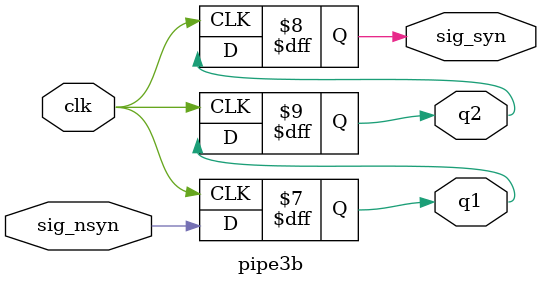
<source format=v>
module pipe3b(
    input sig_nsyn,
    input clk,
    output reg q1=0,
    output reg q2=0,
    output reg sig_syn=0
      );
   always@(posedge clk) q2<=q1;
   always@(posedge clk) sig_syn<=q2;
   always@(posedge clk) q1<=sig_nsyn;     
endmodule

</source>
